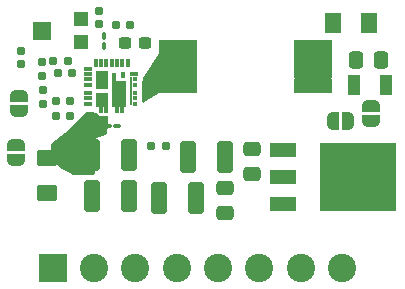
<source format=gbr>
%TF.GenerationSoftware,KiCad,Pcbnew,6.0.11+dfsg-1~bpo11+1*%
%TF.CreationDate,2023-10-14T14:13:14-05:00*%
%TF.ProjectId,Gauntl33tVoltageRegulator,4761756e-746c-4333-9374-566f6c746167,rev?*%
%TF.SameCoordinates,Original*%
%TF.FileFunction,Soldermask,Top*%
%TF.FilePolarity,Negative*%
%FSLAX46Y46*%
G04 Gerber Fmt 4.6, Leading zero omitted, Abs format (unit mm)*
G04 Created by KiCad (PCBNEW 6.0.11+dfsg-1~bpo11+1) date 2023-10-14 14:13:14*
%MOMM*%
%LPD*%
G01*
G04 APERTURE LIST*
G04 Aperture macros list*
%AMRoundRect*
0 Rectangle with rounded corners*
0 $1 Rounding radius*
0 $2 $3 $4 $5 $6 $7 $8 $9 X,Y pos of 4 corners*
0 Add a 4 corners polygon primitive as box body*
4,1,4,$2,$3,$4,$5,$6,$7,$8,$9,$2,$3,0*
0 Add four circle primitives for the rounded corners*
1,1,$1+$1,$2,$3*
1,1,$1+$1,$4,$5*
1,1,$1+$1,$6,$7*
1,1,$1+$1,$8,$9*
0 Add four rect primitives between the rounded corners*
20,1,$1+$1,$2,$3,$4,$5,0*
20,1,$1+$1,$4,$5,$6,$7,0*
20,1,$1+$1,$6,$7,$8,$9,0*
20,1,$1+$1,$8,$9,$2,$3,0*%
%AMFreePoly0*
4,1,22,0.500000,-0.750000,0.000000,-0.750000,0.000000,-0.745033,-0.079941,-0.743568,-0.215256,-0.701293,-0.333266,-0.622738,-0.424486,-0.514219,-0.481581,-0.384460,-0.499164,-0.250000,-0.500000,-0.250000,-0.500000,0.250000,-0.499164,0.250000,-0.499963,0.256109,-0.478152,0.396186,-0.417904,0.524511,-0.324060,0.630769,-0.204165,0.706417,-0.067858,0.745374,0.000000,0.744959,0.000000,0.750000,
0.500000,0.750000,0.500000,-0.750000,0.500000,-0.750000,$1*%
%AMFreePoly1*
4,1,20,0.000000,0.744959,0.073905,0.744508,0.209726,0.703889,0.328688,0.626782,0.421226,0.519385,0.479903,0.390333,0.500000,0.250000,0.500000,-0.250000,0.499851,-0.262216,0.476331,-0.402017,0.414519,-0.529596,0.319384,-0.634700,0.198574,-0.708877,0.061801,-0.746166,0.000000,-0.745033,0.000000,-0.750000,-0.500000,-0.750000,-0.500000,0.750000,0.000000,0.750000,0.000000,0.744959,
0.000000,0.744959,$1*%
G04 Aperture macros list end*
%ADD10RoundRect,0.160000X0.197500X0.160000X-0.197500X0.160000X-0.197500X-0.160000X0.197500X-0.160000X0*%
%ADD11R,3.175000X3.300000*%
%ADD12RoundRect,0.250000X-0.412500X-1.100000X0.412500X-1.100000X0.412500X1.100000X-0.412500X1.100000X0*%
%ADD13RoundRect,0.250000X0.412500X1.100000X-0.412500X1.100000X-0.412500X-1.100000X0.412500X-1.100000X0*%
%ADD14RoundRect,0.160000X-0.197500X-0.160000X0.197500X-0.160000X0.197500X0.160000X-0.197500X0.160000X0*%
%ADD15FreePoly0,0.000000*%
%ADD16FreePoly1,0.000000*%
%ADD17RoundRect,0.250001X0.624999X-0.462499X0.624999X0.462499X-0.624999X0.462499X-0.624999X-0.462499X0*%
%ADD18R,0.300000X0.550000*%
%ADD19R,0.450000X0.300000*%
%ADD20R,0.730000X0.300000*%
%ADD21R,0.300000X0.725000*%
%ADD22R,0.725000X0.300000*%
%ADD23R,1.050000X1.575000*%
%ADD24R,1.050000X1.150000*%
%ADD25R,1.200000X2.175000*%
%ADD26R,0.380000X0.580000*%
%ADD27R,0.445000X0.650000*%
%ADD28R,0.275000X2.350000*%
%ADD29RoundRect,0.237500X0.300000X0.237500X-0.300000X0.237500X-0.300000X-0.237500X0.300000X-0.237500X0*%
%ADD30RoundRect,0.160000X0.160000X-0.197500X0.160000X0.197500X-0.160000X0.197500X-0.160000X-0.197500X0*%
%ADD31R,2.200000X1.200000*%
%ADD32R,6.400000X5.800000*%
%ADD33R,2.400000X2.400000*%
%ADD34C,2.400000*%
%ADD35R,1.200000X1.200000*%
%ADD36R,1.500000X1.600000*%
%ADD37FreePoly0,90.000000*%
%ADD38FreePoly1,90.000000*%
%ADD39FreePoly0,270.000000*%
%ADD40FreePoly1,270.000000*%
%ADD41RoundRect,0.160000X-0.160000X0.197500X-0.160000X-0.197500X0.160000X-0.197500X0.160000X0.197500X0*%
%ADD42RoundRect,0.155000X-0.212500X-0.155000X0.212500X-0.155000X0.212500X0.155000X-0.212500X0.155000X0*%
%ADD43RoundRect,0.100000X-0.217500X-0.100000X0.217500X-0.100000X0.217500X0.100000X-0.217500X0.100000X0*%
%ADD44RoundRect,0.250000X-0.337500X-0.475000X0.337500X-0.475000X0.337500X0.475000X-0.337500X0.475000X0*%
%ADD45RoundRect,0.250000X-0.475000X0.337500X-0.475000X-0.337500X0.475000X-0.337500X0.475000X0.337500X0*%
%ADD46RoundRect,0.250001X0.462499X0.624999X-0.462499X0.624999X-0.462499X-0.624999X0.462499X-0.624999X0*%
%ADD47R,1.070000X1.780000*%
%ADD48RoundRect,0.100000X-0.100000X0.217500X-0.100000X-0.217500X0.100000X-0.217500X0.100000X0.217500X0*%
%ADD49RoundRect,0.155000X0.155000X-0.212500X0.155000X0.212500X-0.155000X0.212500X-0.155000X-0.212500X0*%
G04 APERTURE END LIST*
D10*
%TO.C,R9*%
X123697500Y-112400000D03*
X122502500Y-112400000D03*
%TD*%
%TO.C,R8*%
X123297500Y-111400000D03*
X122102500Y-111400000D03*
%TD*%
D11*
%TO.C,L1*%
X132685000Y-111200000D03*
X144115000Y-111200000D03*
%TD*%
D12*
%TO.C,C1*%
X125337500Y-119300000D03*
X128462500Y-119300000D03*
%TD*%
D13*
%TO.C,C11*%
X134162500Y-123000000D03*
X131037500Y-123000000D03*
%TD*%
D14*
%TO.C,R7*%
X130402500Y-118600000D03*
X131597500Y-118600000D03*
%TD*%
D15*
%TO.C,JP4*%
X145750000Y-116500000D03*
D16*
X147050000Y-116500000D03*
%TD*%
D17*
%TO.C,F2*%
X121600000Y-122587500D03*
X121600000Y-119612500D03*
%TD*%
D18*
%TO.C,IC1*%
X126140000Y-115536000D03*
X126590000Y-115536000D03*
X127490000Y-115535000D03*
X127940000Y-115535000D03*
D19*
X129040000Y-114984000D03*
X129040000Y-114534000D03*
X129040000Y-114084000D03*
X129040000Y-113384000D03*
X129040000Y-112934000D03*
D20*
X128900000Y-112484000D03*
D21*
X128389000Y-111572000D03*
X127939000Y-111572000D03*
X127489000Y-111572000D03*
X127039000Y-111572000D03*
X126589000Y-111572000D03*
X126139000Y-111572000D03*
X125689000Y-111572000D03*
D22*
X125027000Y-112035000D03*
X125027000Y-112485000D03*
X125027000Y-112935000D03*
X125027000Y-113385000D03*
X125027000Y-114085000D03*
X125027000Y-114535000D03*
X125027000Y-114985000D03*
D23*
X126215000Y-113023000D03*
D24*
X126215000Y-114686000D03*
D25*
X127640000Y-114172000D03*
D26*
X127979000Y-112524000D03*
D27*
X127262000Y-112760000D03*
D28*
X128678000Y-113959000D03*
%TD*%
D29*
%TO.C,C0*%
X129862500Y-109860000D03*
X128137500Y-109860000D03*
%TD*%
D30*
%TO.C,R3*%
X121100000Y-112637500D03*
X121100000Y-111442500D03*
%TD*%
D10*
%TO.C,R1*%
X123497500Y-116000000D03*
X122302500Y-116000000D03*
%TD*%
D31*
%TO.C,U1*%
X141575000Y-118945000D03*
D32*
X147875000Y-121225000D03*
D31*
X141575000Y-121225000D03*
X141575000Y-123505000D03*
%TD*%
D33*
%TO.C,J1*%
X122050000Y-128900000D03*
D34*
X125550000Y-128900000D03*
X129050000Y-128900000D03*
X132550000Y-128900000D03*
X136050000Y-128900000D03*
X139550000Y-128900000D03*
X143050000Y-128900000D03*
X146550000Y-128900000D03*
%TD*%
D12*
%TO.C,C3*%
X125337500Y-122800000D03*
X128462500Y-122800000D03*
%TD*%
D35*
%TO.C,200K1*%
X124400000Y-109800000D03*
D36*
X121150000Y-108800000D03*
D35*
X124400000Y-107800000D03*
%TD*%
D37*
%TO.C,JP1*%
X119200000Y-115650000D03*
D38*
X119200000Y-114350000D03*
%TD*%
D13*
%TO.C,C8*%
X133537500Y-119500000D03*
X136662500Y-119500000D03*
%TD*%
D10*
%TO.C,R2*%
X128562500Y-108332061D03*
X127367500Y-108332061D03*
%TD*%
D39*
%TO.C,JP3*%
X149000000Y-115150000D03*
D40*
X149000000Y-116450000D03*
%TD*%
D41*
%TO.C,R4*%
X121185000Y-113805000D03*
X121185000Y-115000000D03*
%TD*%
D42*
%TO.C,C2*%
X122332500Y-114800000D03*
X123467500Y-114800000D03*
%TD*%
D43*
%TO.C,C4*%
X126692500Y-116900000D03*
X127507500Y-116900000D03*
%TD*%
D44*
%TO.C,C6*%
X147762500Y-111300000D03*
X149837500Y-111300000D03*
%TD*%
D45*
%TO.C,C9*%
X138900000Y-118862500D03*
X138900000Y-120937500D03*
%TD*%
D46*
%TO.C,F1*%
X145812500Y-108200000D03*
X148787500Y-108200000D03*
%TD*%
D47*
%TO.C,C5*%
X150260000Y-113400000D03*
X147540000Y-113400000D03*
%TD*%
D48*
%TO.C,C7*%
X126385000Y-109282500D03*
X126385000Y-110097500D03*
%TD*%
D39*
%TO.C,JP2*%
X118900000Y-118500000D03*
D40*
X118900000Y-119800000D03*
%TD*%
D49*
%TO.C,R5*%
X119400000Y-111667500D03*
X119400000Y-110532500D03*
%TD*%
%TO.C,R6*%
X126000000Y-108267500D03*
X126000000Y-107132500D03*
%TD*%
D45*
%TO.C,C10*%
X136600000Y-122162500D03*
X136600000Y-124237500D03*
%TD*%
G36*
X125472530Y-115709012D02*
G01*
X125687820Y-115795128D01*
X125710917Y-115807278D01*
X125984477Y-115989652D01*
X126018655Y-116000000D01*
X126574000Y-116000000D01*
X126642121Y-116020002D01*
X126688614Y-116073658D01*
X126700000Y-116126000D01*
X126700000Y-116693025D01*
X126699229Y-116706939D01*
X126608903Y-117519874D01*
X126581501Y-117585370D01*
X126523519Y-117625494D01*
X125717186Y-117894271D01*
X125704143Y-117903336D01*
X125699533Y-117914480D01*
X125603933Y-120878062D01*
X125581746Y-120945503D01*
X125526619Y-120990242D01*
X125477999Y-121000000D01*
X123732650Y-121000000D01*
X123671459Y-120984144D01*
X122808494Y-120504719D01*
X122792328Y-120494033D01*
X121948643Y-119837833D01*
X121907152Y-119780223D01*
X121900000Y-119738375D01*
X121900000Y-118459972D01*
X121920002Y-118391851D01*
X121946545Y-118362182D01*
X123497484Y-117102044D01*
X123502297Y-117097703D01*
X124863095Y-115736905D01*
X124925407Y-115702879D01*
X124952190Y-115700000D01*
X125425735Y-115700000D01*
X125472530Y-115709012D01*
G37*
G36*
X134238668Y-110521991D02*
G01*
X134286866Y-110574120D01*
X134300000Y-110630130D01*
X134300000Y-113974000D01*
X134279998Y-114042121D01*
X134226342Y-114088614D01*
X134174000Y-114100000D01*
X131117128Y-114100000D01*
X131085313Y-114108812D01*
X129790826Y-114885504D01*
X129722122Y-114903400D01*
X129654649Y-114881311D01*
X129609830Y-114826250D01*
X129600000Y-114777460D01*
X129600000Y-113410430D01*
X129601714Y-113389716D01*
X129695441Y-112827354D01*
X129715622Y-112777088D01*
X131163939Y-110652890D01*
X131218841Y-110607874D01*
X131263982Y-110597936D01*
X134169938Y-110504196D01*
X134238668Y-110521991D01*
G37*
G36*
X145642121Y-112820002D02*
G01*
X145688614Y-112873658D01*
X145700000Y-112926000D01*
X145700000Y-113974000D01*
X145679998Y-114042121D01*
X145626342Y-114088614D01*
X145574000Y-114100000D01*
X142626000Y-114100000D01*
X142557879Y-114079998D01*
X142511386Y-114026342D01*
X142500000Y-113974000D01*
X142500000Y-112926000D01*
X142520002Y-112857879D01*
X142573658Y-112811386D01*
X142626000Y-112800000D01*
X145574000Y-112800000D01*
X145642121Y-112820002D01*
G37*
M02*

</source>
